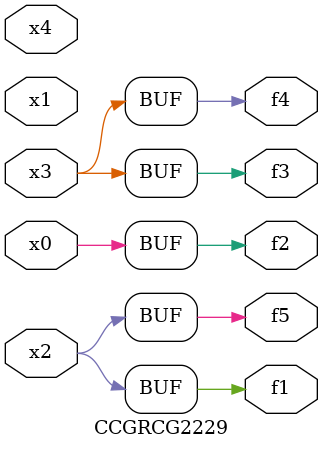
<source format=v>
module CCGRCG2229(
	input x0, x1, x2, x3, x4,
	output f1, f2, f3, f4, f5
);
	assign f1 = x2;
	assign f2 = x0;
	assign f3 = x3;
	assign f4 = x3;
	assign f5 = x2;
endmodule

</source>
